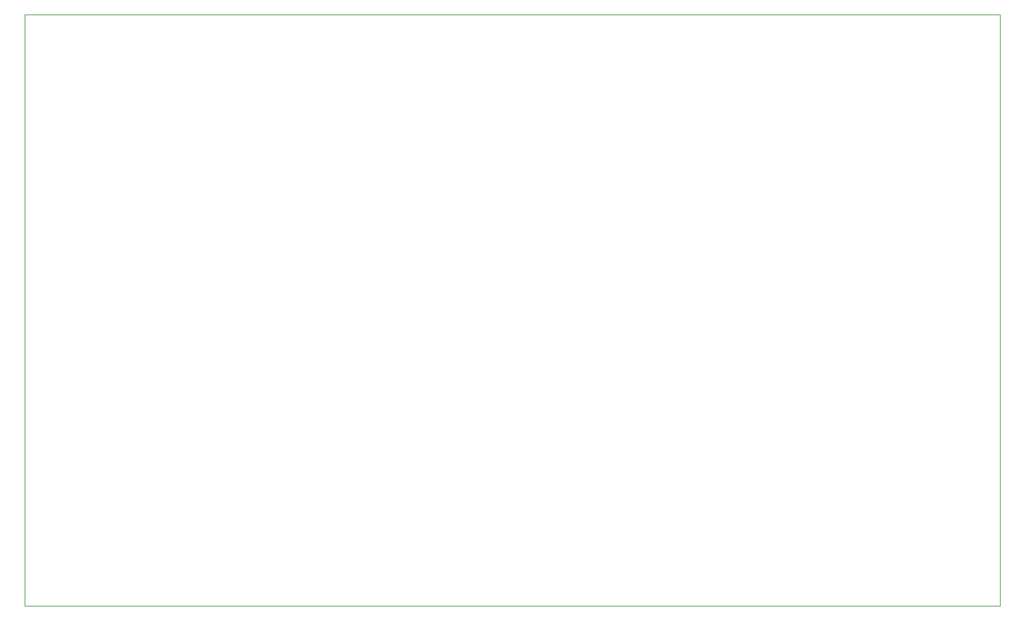
<source format=gbr>
%TF.GenerationSoftware,Altium Limited,Altium Designer,25.1.2 (22)*%
G04 Layer_Color=0*
%FSLAX45Y45*%
%MOMM*%
%TF.SameCoordinates,50AF8CB0-8788-4631-97D4-B92DF93AA5B5*%
%TF.FilePolarity,Positive*%
%TF.FileFunction,Profile,NP*%
%TF.Part,Single*%
G01*
G75*
%TA.AperFunction,Profile*%
%ADD78C,0.02540*%
D78*
X2540000Y4775200D02*
X15595599D01*
Y12700000D01*
X2540000D01*
Y4775200D01*
%TF.MD5,dce5b93842e9c29542fb529f7ccb6a86*%
M02*

</source>
